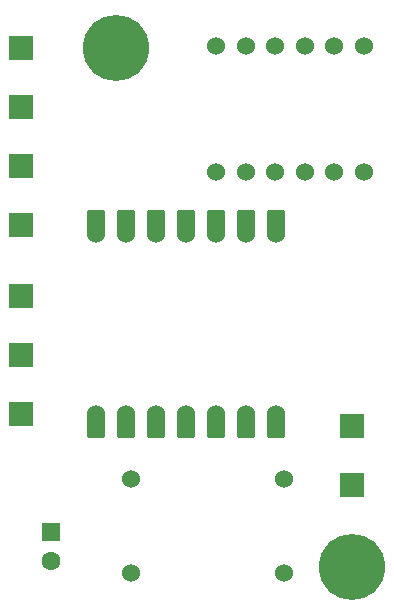
<source format=gbr>
%TF.GenerationSoftware,KiCad,Pcbnew,8.0.4*%
%TF.CreationDate,2026-02-03T00:17:50+01:00*%
%TF.ProjectId,bob,626f622e-6b69-4636-9164-5f7063625858,rev?*%
%TF.SameCoordinates,Original*%
%TF.FileFunction,Soldermask,Top*%
%TF.FilePolarity,Negative*%
%FSLAX46Y46*%
G04 Gerber Fmt 4.6, Leading zero omitted, Abs format (unit mm)*
G04 Created by KiCad (PCBNEW 8.0.4) date 2026-02-03 00:17:50*
%MOMM*%
%LPD*%
G01*
G04 APERTURE LIST*
G04 Aperture macros list*
%AMRoundRect*
0 Rectangle with rounded corners*
0 $1 Rounding radius*
0 $2 $3 $4 $5 $6 $7 $8 $9 X,Y pos of 4 corners*
0 Add a 4 corners polygon primitive as box body*
4,1,4,$2,$3,$4,$5,$6,$7,$8,$9,$2,$3,0*
0 Add four circle primitives for the rounded corners*
1,1,$1+$1,$2,$3*
1,1,$1+$1,$4,$5*
1,1,$1+$1,$6,$7*
1,1,$1+$1,$8,$9*
0 Add four rect primitives between the rounded corners*
20,1,$1+$1,$2,$3,$4,$5,0*
20,1,$1+$1,$4,$5,$6,$7,0*
20,1,$1+$1,$6,$7,$8,$9,0*
20,1,$1+$1,$8,$9,$2,$3,0*%
G04 Aperture macros list end*
%ADD10C,5.600000*%
%ADD11R,2.000000X2.000000*%
%ADD12C,1.524000*%
%ADD13C,1.600000*%
%ADD14R,1.600000X1.600000*%
%ADD15RoundRect,0.152400X-0.609600X1.063600X-0.609600X-1.063600X0.609600X-1.063600X0.609600X1.063600X0*%
%ADD16RoundRect,0.152400X0.609600X-1.063600X0.609600X1.063600X-0.609600X1.063600X-0.609600X-1.063600X0*%
G04 APERTURE END LIST*
D10*
%TO.C,REF\u002A\u002A*%
X96000000Y-76000000D03*
%TD*%
D11*
%TO.C,GND*%
X68000000Y-63000000D03*
%TD*%
%TO.C,GND*%
X68000000Y-58000000D03*
%TD*%
%TO.C,GND*%
X96000000Y-69000000D03*
%TD*%
%TO.C,24V*%
X96000000Y-64000000D03*
%TD*%
%TO.C,5V*%
X68000000Y-53000000D03*
%TD*%
D10*
%TO.C,REF\u002A\u002A*%
X76000000Y-32000000D03*
%TD*%
D12*
%TO.C,STEP DOWN 5V*%
X90275000Y-68525000D03*
X90275000Y-76525000D03*
X77275000Y-68525000D03*
X77275000Y-76525000D03*
%TD*%
%TO.C,LOGIC LEVEL CONV.*%
X84500000Y-31900000D03*
X87000000Y-31900000D03*
X89500000Y-31900000D03*
X92000000Y-31900000D03*
X94500000Y-31900000D03*
X97000000Y-31900000D03*
X84500000Y-42500000D03*
X87000000Y-42500000D03*
X89500000Y-42500000D03*
X92000000Y-42500000D03*
X94500000Y-42500000D03*
X97000000Y-42500000D03*
%TD*%
D11*
%TO.C,D5*%
X68000000Y-47000000D03*
%TD*%
%TO.C,D4*%
X68000000Y-42000000D03*
%TD*%
%TO.C,D3*%
X68000000Y-37000000D03*
%TD*%
%TO.C,D2*%
X68000000Y-32000000D03*
%TD*%
D13*
%TO.C,100\u00B5F 25V*%
X70500000Y-75500000D03*
D14*
X70500000Y-73000000D03*
%TD*%
D15*
%TO.C,ESP32 S3*%
X89540000Y-63835000D03*
D12*
X89540000Y-63000000D03*
D15*
X87000000Y-63835000D03*
D12*
X87000000Y-63000000D03*
D15*
X84460000Y-63835000D03*
D12*
X84460000Y-63000000D03*
D15*
X81920000Y-63835000D03*
D12*
X81920000Y-63000000D03*
D15*
X79380000Y-63835000D03*
D12*
X79380000Y-63000000D03*
D15*
X76840000Y-63835000D03*
D12*
X76840000Y-63000000D03*
D15*
X74300000Y-63835000D03*
D12*
X74300000Y-63000000D03*
X74300000Y-47760000D03*
D16*
X74300000Y-46925000D03*
D12*
X76840000Y-47760000D03*
D16*
X76840000Y-46925000D03*
D12*
X79380000Y-47760000D03*
D16*
X79380000Y-46925000D03*
D12*
X81920000Y-47760000D03*
D16*
X81920000Y-46925000D03*
D12*
X84460000Y-47760000D03*
D16*
X84460000Y-46925000D03*
D12*
X87000000Y-47760000D03*
D16*
X87000000Y-46925000D03*
D12*
X89540000Y-47760000D03*
D16*
X89540000Y-46925000D03*
%TD*%
M02*

</source>
